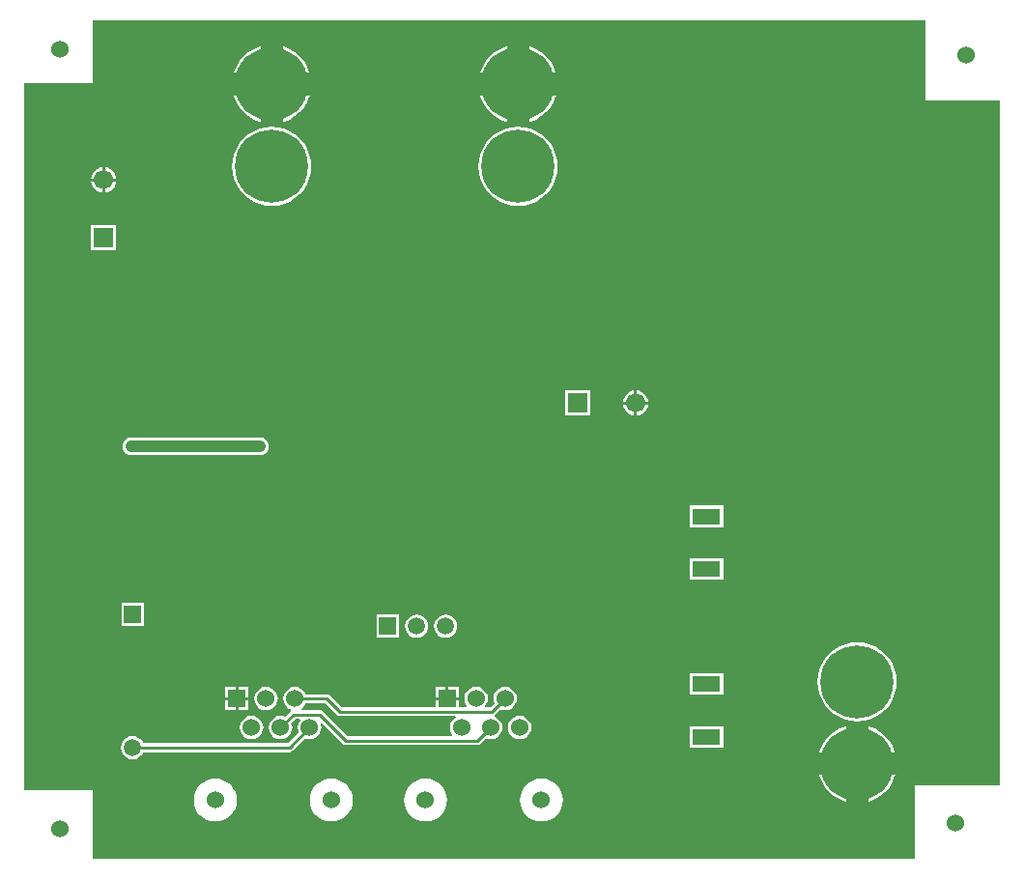
<source format=gbl>
G04*
G04 #@! TF.GenerationSoftware,Altium Limited,Altium Designer,20.0.12 (288)*
G04*
G04 Layer_Physical_Order=2*
G04 Layer_Color=16711680*
%FSLAX25Y25*%
%MOIN*%
G70*
G01*
G75*
%ADD12C,0.01000*%
%ADD48C,0.04000*%
%ADD54R,0.09449X0.05512*%
%ADD55C,0.25197*%
%ADD56R,0.05906X0.05906*%
%ADD57C,0.05906*%
%ADD58C,0.06000*%
%ADD59R,0.06000X0.06000*%
%ADD60R,0.05906X0.05906*%
%ADD61R,0.06693X0.06693*%
%ADD62C,0.06693*%
%ADD63R,0.06693X0.06693*%
%ADD64C,0.02362*%
G36*
X397638Y285433D02*
X423228D01*
Y49213D01*
X393701D01*
Y23622D01*
X110236Y23622D01*
Y47244D01*
X110236Y47244D01*
X86614D01*
Y290839D01*
X86614Y291339D01*
X110236D01*
Y312992D01*
X110236Y312992D01*
X397638D01*
Y285433D01*
D02*
G37*
%LPC*%
G36*
X260937Y304040D02*
Y294937D01*
X270040D01*
X269973Y295215D01*
X269154Y297193D01*
X268035Y299018D01*
X266645Y300645D01*
X265018Y302035D01*
X263193Y303154D01*
X261215Y303973D01*
X260937Y304040D01*
D02*
G37*
G36*
X175937D02*
Y294937D01*
X185040D01*
X184973Y295215D01*
X184154Y297193D01*
X183035Y299018D01*
X181645Y300645D01*
X180018Y302035D01*
X178193Y303154D01*
X176215Y303973D01*
X175937Y304040D01*
D02*
G37*
G36*
X253063D02*
X252785Y303973D01*
X250807Y303154D01*
X248982Y302035D01*
X247355Y300645D01*
X245965Y299018D01*
X244846Y297193D01*
X244027Y295215D01*
X243960Y294937D01*
X253063D01*
Y304040D01*
D02*
G37*
G36*
X168063D02*
X167785Y303973D01*
X165807Y303154D01*
X163982Y302035D01*
X162355Y300645D01*
X160965Y299018D01*
X159846Y297193D01*
X159027Y295215D01*
X158960Y294937D01*
X168063D01*
Y304040D01*
D02*
G37*
G36*
X270040Y287063D02*
X260937D01*
Y277960D01*
X261215Y278027D01*
X263193Y278846D01*
X265018Y279965D01*
X266645Y281355D01*
X268035Y282982D01*
X269154Y284807D01*
X269973Y286785D01*
X270040Y287063D01*
D02*
G37*
G36*
X185040D02*
X175937D01*
Y277960D01*
X176215Y278027D01*
X178193Y278846D01*
X180018Y279965D01*
X181645Y281355D01*
X183035Y282982D01*
X184154Y284807D01*
X184973Y286785D01*
X185040Y287063D01*
D02*
G37*
G36*
X253063D02*
X243960D01*
X244027Y286785D01*
X244846Y284807D01*
X245965Y282982D01*
X247355Y281355D01*
X248982Y279965D01*
X250807Y278846D01*
X252785Y278027D01*
X253063Y277960D01*
Y287063D01*
D02*
G37*
G36*
X168063D02*
X158960D01*
X159027Y286785D01*
X159846Y284807D01*
X160965Y282982D01*
X162355Y281355D01*
X163982Y279965D01*
X165807Y278846D01*
X167785Y278027D01*
X168063Y277960D01*
Y287063D01*
D02*
G37*
G36*
X114500Y262318D02*
Y258500D01*
X118318D01*
X118235Y259135D01*
X117797Y260192D01*
X117100Y261100D01*
X116192Y261797D01*
X115135Y262235D01*
X114500Y262318D01*
D02*
G37*
G36*
X113500D02*
X112865Y262235D01*
X111808Y261797D01*
X110900Y261100D01*
X110203Y260192D01*
X109765Y259135D01*
X109682Y258500D01*
X113500D01*
Y262318D01*
D02*
G37*
G36*
X118318Y257500D02*
X114500D01*
Y253682D01*
X115135Y253765D01*
X116192Y254203D01*
X117100Y254900D01*
X117797Y255808D01*
X118235Y256865D01*
X118318Y257500D01*
D02*
G37*
G36*
X113500D02*
X109682D01*
X109765Y256865D01*
X110203Y255808D01*
X110900Y254900D01*
X111808Y254203D01*
X112865Y253765D01*
X113500Y253682D01*
Y257500D01*
D02*
G37*
G36*
X257000Y276294D02*
X254866Y276126D01*
X252785Y275626D01*
X250807Y274807D01*
X248982Y273689D01*
X247355Y272299D01*
X245965Y270671D01*
X244846Y268846D01*
X244027Y266869D01*
X243528Y264787D01*
X243359Y262653D01*
X243528Y260520D01*
X244027Y258438D01*
X244846Y256461D01*
X245965Y254636D01*
X247355Y253008D01*
X248982Y251618D01*
X250807Y250500D01*
X252785Y249681D01*
X254866Y249181D01*
X257000Y249013D01*
X259134Y249181D01*
X261215Y249681D01*
X263193Y250500D01*
X265018Y251618D01*
X266645Y253008D01*
X268035Y254636D01*
X269154Y256461D01*
X269973Y258438D01*
X270473Y260520D01*
X270640Y262653D01*
X270473Y264787D01*
X269973Y266869D01*
X269154Y268846D01*
X268035Y270671D01*
X266645Y272299D01*
X265018Y273689D01*
X263193Y274807D01*
X261215Y275626D01*
X259134Y276126D01*
X257000Y276294D01*
D02*
G37*
G36*
X172000D02*
X169866Y276126D01*
X167785Y275626D01*
X165807Y274807D01*
X163982Y273689D01*
X162355Y272299D01*
X160965Y270671D01*
X159846Y268846D01*
X159027Y266869D01*
X158528Y264787D01*
X158360Y262653D01*
X158528Y260520D01*
X159027Y258438D01*
X159846Y256461D01*
X160965Y254636D01*
X162355Y253008D01*
X163982Y251618D01*
X165807Y250500D01*
X167785Y249681D01*
X169866Y249181D01*
X172000Y249013D01*
X174134Y249181D01*
X176215Y249681D01*
X178193Y250500D01*
X180018Y251618D01*
X181645Y253008D01*
X183035Y254636D01*
X184154Y256461D01*
X184973Y258438D01*
X185473Y260520D01*
X185641Y262653D01*
X185473Y264787D01*
X184973Y266869D01*
X184154Y268846D01*
X183035Y270671D01*
X181645Y272299D01*
X180018Y273689D01*
X178193Y274807D01*
X176215Y275626D01*
X174134Y276126D01*
X172000Y276294D01*
D02*
G37*
G36*
X118347Y242347D02*
X109653D01*
Y233653D01*
X118347D01*
Y242347D01*
D02*
G37*
G36*
X298000Y185318D02*
Y181500D01*
X301818D01*
X301735Y182135D01*
X301297Y183192D01*
X300600Y184100D01*
X299692Y184797D01*
X298635Y185235D01*
X298000Y185318D01*
D02*
G37*
G36*
X297000D02*
X296365Y185235D01*
X295308Y184797D01*
X294400Y184100D01*
X293703Y183192D01*
X293265Y182135D01*
X293182Y181500D01*
X297000D01*
Y185318D01*
D02*
G37*
G36*
X301818Y180500D02*
X298000D01*
Y176682D01*
X298635Y176765D01*
X299692Y177203D01*
X300600Y177900D01*
X301297Y178808D01*
X301735Y179865D01*
X301818Y180500D01*
D02*
G37*
G36*
X297000D02*
X293182D01*
X293265Y179865D01*
X293703Y178808D01*
X294400Y177900D01*
X295308Y177203D01*
X296365Y176765D01*
X297000Y176682D01*
Y180500D01*
D02*
G37*
G36*
X281846Y185346D02*
X273153D01*
Y176654D01*
X281846D01*
Y185346D01*
D02*
G37*
G36*
X168000Y169026D02*
X123476D01*
X122693Y168923D01*
X121963Y168621D01*
X121337Y168140D01*
X120856Y167513D01*
X120554Y166783D01*
X120450Y166000D01*
X120554Y165217D01*
X120856Y164487D01*
X121337Y163860D01*
X121963Y163380D01*
X122693Y163077D01*
X123476Y162974D01*
X168000D01*
X168783Y163077D01*
X169513Y163380D01*
X170140Y163860D01*
X170621Y164487D01*
X170923Y165217D01*
X171026Y166000D01*
X170923Y166783D01*
X170621Y167513D01*
X170140Y168140D01*
X169513Y168621D01*
X168783Y168923D01*
X168000Y169026D01*
D02*
G37*
G36*
X327744Y145630D02*
X316295D01*
Y138118D01*
X327744D01*
Y145630D01*
D02*
G37*
G36*
X327724Y127520D02*
X316276D01*
Y120008D01*
X327724D01*
Y127520D01*
D02*
G37*
G36*
X127953Y111886D02*
X120047D01*
Y103980D01*
X127953D01*
Y111886D01*
D02*
G37*
G36*
X215953Y107953D02*
X208047D01*
Y100047D01*
X215953D01*
Y107953D01*
D02*
G37*
G36*
X232000Y107987D02*
X230968Y107851D01*
X230007Y107453D01*
X229181Y106819D01*
X228547Y105993D01*
X228149Y105032D01*
X228013Y104000D01*
X228149Y102968D01*
X228547Y102007D01*
X229181Y101181D01*
X230007Y100547D01*
X230968Y100149D01*
X232000Y100013D01*
X233032Y100149D01*
X233993Y100547D01*
X234819Y101181D01*
X235453Y102007D01*
X235851Y102968D01*
X235987Y104000D01*
X235851Y105032D01*
X235453Y105993D01*
X234819Y106819D01*
X233993Y107453D01*
X233032Y107851D01*
X232000Y107987D01*
D02*
G37*
G36*
X222000D02*
X220968Y107851D01*
X220007Y107453D01*
X219181Y106819D01*
X218547Y105993D01*
X218149Y105032D01*
X218013Y104000D01*
X218149Y102968D01*
X218547Y102007D01*
X219181Y101181D01*
X220007Y100547D01*
X220968Y100149D01*
X222000Y100013D01*
X223032Y100149D01*
X223993Y100547D01*
X224819Y101181D01*
X225453Y102007D01*
X225851Y102968D01*
X225987Y104000D01*
X225851Y105032D01*
X225453Y105993D01*
X224819Y106819D01*
X223993Y107453D01*
X223032Y107851D01*
X222000Y107987D01*
D02*
G37*
G36*
X327724Y87756D02*
X316276D01*
Y80244D01*
X327724D01*
Y87756D01*
D02*
G37*
G36*
X236500Y83000D02*
X233000D01*
Y79500D01*
X236500D01*
Y83000D01*
D02*
G37*
G36*
X232000D02*
X228500D01*
Y79500D01*
X232000D01*
Y83000D01*
D02*
G37*
G36*
X164000D02*
X160500D01*
Y79500D01*
X164000D01*
Y83000D01*
D02*
G37*
G36*
X159500D02*
X156000D01*
Y79500D01*
X159500D01*
Y83000D01*
D02*
G37*
G36*
X252500Y83034D02*
X251456Y82897D01*
X250483Y82494D01*
X249647Y81853D01*
X249006Y81017D01*
X248603Y80044D01*
X248465Y79000D01*
X248603Y77956D01*
X248805Y77468D01*
X247366Y76029D01*
X245893D01*
X245646Y76529D01*
X245994Y76983D01*
X246397Y77956D01*
X246534Y79000D01*
X246397Y80044D01*
X245994Y81017D01*
X245353Y81853D01*
X244517Y82494D01*
X243544Y82897D01*
X242500Y83034D01*
X241456Y82897D01*
X240483Y82494D01*
X239647Y81853D01*
X239006Y81017D01*
X238603Y80044D01*
X238465Y79000D01*
X238603Y77956D01*
X239006Y76983D01*
X239354Y76529D01*
X239107Y76029D01*
X236500D01*
Y78500D01*
X228500D01*
Y76029D01*
X196133D01*
X192081Y80081D01*
X191585Y80413D01*
X191000Y80529D01*
X183696D01*
X183494Y81017D01*
X182853Y81853D01*
X182017Y82494D01*
X181044Y82897D01*
X180000Y83034D01*
X178956Y82897D01*
X177983Y82494D01*
X177147Y81853D01*
X176506Y81017D01*
X176103Y80044D01*
X175965Y79000D01*
X176103Y77956D01*
X176506Y76983D01*
X177147Y76147D01*
X177983Y75506D01*
X178550Y75271D01*
X178606Y74707D01*
X178419Y74581D01*
X176532Y72695D01*
X176044Y72897D01*
X175000Y73035D01*
X173956Y72897D01*
X172983Y72494D01*
X172147Y71853D01*
X171506Y71017D01*
X171103Y70044D01*
X170966Y69000D01*
X171103Y67956D01*
X171506Y66983D01*
X172147Y66147D01*
X172983Y65506D01*
X173956Y65103D01*
X175000Y64965D01*
X176044Y65103D01*
X177017Y65506D01*
X177853Y66147D01*
X178494Y66983D01*
X178897Y67956D01*
X179034Y69000D01*
X178897Y70044D01*
X178695Y70532D01*
X180133Y71971D01*
X181607D01*
X181854Y71471D01*
X181506Y71017D01*
X181103Y70044D01*
X180965Y69000D01*
X181103Y67956D01*
X181305Y67468D01*
X177433Y63596D01*
X127645D01*
X127453Y64060D01*
X126819Y64886D01*
X125993Y65520D01*
X125032Y65918D01*
X124000Y66054D01*
X122968Y65918D01*
X122007Y65520D01*
X121181Y64886D01*
X120547Y64060D01*
X120149Y63099D01*
X120013Y62067D01*
X120149Y61035D01*
X120547Y60074D01*
X121181Y59248D01*
X122007Y58614D01*
X122968Y58216D01*
X124000Y58080D01*
X125032Y58216D01*
X125993Y58614D01*
X126819Y59248D01*
X127453Y60074D01*
X127645Y60537D01*
X178067D01*
X178652Y60654D01*
X179148Y60985D01*
X183468Y65305D01*
X183956Y65103D01*
X185000Y64965D01*
X186044Y65103D01*
X187017Y65506D01*
X187853Y66147D01*
X188494Y66983D01*
X188897Y67956D01*
X189034Y69000D01*
X188897Y70044D01*
X188764Y70366D01*
X189188Y70650D01*
X191919Y67919D01*
X191919Y67918D01*
X196419Y63419D01*
X196915Y63087D01*
X197500Y62971D01*
X243000D01*
X243585Y63087D01*
X244081Y63419D01*
X245968Y65305D01*
X246456Y65103D01*
X247500Y64965D01*
X248544Y65103D01*
X249517Y65506D01*
X250353Y66147D01*
X250994Y66983D01*
X251397Y67956D01*
X251535Y69000D01*
X251397Y70044D01*
X250994Y71017D01*
X250353Y71853D01*
X249517Y72494D01*
X248950Y72729D01*
X248894Y73293D01*
X249081Y73419D01*
X250968Y75305D01*
X251456Y75103D01*
X252500Y74966D01*
X253544Y75103D01*
X254517Y75506D01*
X255353Y76147D01*
X255994Y76983D01*
X256397Y77956D01*
X256535Y79000D01*
X256397Y80044D01*
X255994Y81017D01*
X255353Y81853D01*
X254517Y82494D01*
X253544Y82897D01*
X252500Y83034D01*
D02*
G37*
G36*
X164000Y78500D02*
X160500D01*
Y75000D01*
X164000D01*
Y78500D01*
D02*
G37*
G36*
X159500D02*
X156000D01*
Y75000D01*
X159500D01*
Y78500D01*
D02*
G37*
G36*
X170000Y83034D02*
X168956Y82897D01*
X167983Y82494D01*
X167147Y81853D01*
X166506Y81017D01*
X166103Y80044D01*
X165965Y79000D01*
X166103Y77956D01*
X166506Y76983D01*
X167147Y76147D01*
X167983Y75506D01*
X168956Y75103D01*
X170000Y74966D01*
X171044Y75103D01*
X172017Y75506D01*
X172853Y76147D01*
X173494Y76983D01*
X173897Y77956D01*
X174035Y79000D01*
X173897Y80044D01*
X173494Y81017D01*
X172853Y81853D01*
X172017Y82494D01*
X171044Y82897D01*
X170000Y83034D01*
D02*
G37*
G36*
X374000Y98487D02*
X371866Y98319D01*
X369785Y97819D01*
X367807Y97000D01*
X365982Y95882D01*
X364355Y94492D01*
X362965Y92864D01*
X361846Y91039D01*
X361027Y89062D01*
X360527Y86980D01*
X360360Y84847D01*
X360527Y82713D01*
X361027Y80631D01*
X361846Y78654D01*
X362965Y76829D01*
X364355Y75201D01*
X365982Y73811D01*
X367807Y72693D01*
X369785Y71874D01*
X371866Y71374D01*
X374000Y71206D01*
X376134Y71374D01*
X378215Y71874D01*
X380193Y72693D01*
X382018Y73811D01*
X383645Y75201D01*
X385035Y76829D01*
X386154Y78654D01*
X386973Y80631D01*
X387473Y82713D01*
X387641Y84847D01*
X387473Y86980D01*
X386973Y89062D01*
X386154Y91039D01*
X385035Y92864D01*
X383645Y94492D01*
X382018Y95882D01*
X380193Y97000D01*
X378215Y97819D01*
X376134Y98319D01*
X374000Y98487D01*
D02*
G37*
G36*
X257500Y73035D02*
X256456Y72897D01*
X255483Y72494D01*
X254647Y71853D01*
X254006Y71017D01*
X253603Y70044D01*
X253466Y69000D01*
X253603Y67956D01*
X254006Y66983D01*
X254647Y66147D01*
X255483Y65506D01*
X256456Y65103D01*
X257500Y64965D01*
X258544Y65103D01*
X259517Y65506D01*
X260353Y66147D01*
X260994Y66983D01*
X261397Y67956D01*
X261535Y69000D01*
X261397Y70044D01*
X260994Y71017D01*
X260353Y71853D01*
X259517Y72494D01*
X258544Y72897D01*
X257500Y73035D01*
D02*
G37*
G36*
X165000D02*
X163956Y72897D01*
X162983Y72494D01*
X162147Y71853D01*
X161506Y71017D01*
X161103Y70044D01*
X160966Y69000D01*
X161103Y67956D01*
X161506Y66983D01*
X162147Y66147D01*
X162983Y65506D01*
X163956Y65103D01*
X165000Y64965D01*
X166044Y65103D01*
X167017Y65506D01*
X167853Y66147D01*
X168494Y66983D01*
X168897Y67956D01*
X169035Y69000D01*
X168897Y70044D01*
X168494Y71017D01*
X167853Y71853D01*
X167017Y72494D01*
X166044Y72897D01*
X165000Y73035D01*
D02*
G37*
G36*
X327744Y69449D02*
X316295D01*
Y61937D01*
X327744D01*
Y69449D01*
D02*
G37*
G36*
X377937Y69540D02*
Y60437D01*
X387040D01*
X386973Y60715D01*
X386154Y62693D01*
X385035Y64518D01*
X383645Y66145D01*
X382018Y67535D01*
X380193Y68654D01*
X378215Y69473D01*
X377937Y69540D01*
D02*
G37*
G36*
X370063D02*
X369785Y69473D01*
X367807Y68654D01*
X365982Y67535D01*
X364355Y66145D01*
X362965Y64518D01*
X361846Y62693D01*
X361027Y60715D01*
X360960Y60437D01*
X370063D01*
Y69540D01*
D02*
G37*
G36*
X387040Y52563D02*
X377937D01*
Y43460D01*
X378215Y43527D01*
X380193Y44346D01*
X382018Y45465D01*
X383645Y46855D01*
X385035Y48482D01*
X386154Y50307D01*
X386973Y52285D01*
X387040Y52563D01*
D02*
G37*
G36*
X370063D02*
X360960D01*
X361027Y52285D01*
X361846Y50307D01*
X362965Y48482D01*
X364355Y46855D01*
X365982Y45465D01*
X367807Y44346D01*
X369785Y43527D01*
X370063Y43460D01*
Y52563D01*
D02*
G37*
G36*
X265000Y51433D02*
X263550Y51291D01*
X262155Y50868D01*
X260870Y50181D01*
X259744Y49256D01*
X258819Y48130D01*
X258132Y46845D01*
X257709Y45450D01*
X257567Y44000D01*
X257709Y42550D01*
X258132Y41155D01*
X258819Y39870D01*
X259744Y38744D01*
X260870Y37819D01*
X262155Y37132D01*
X263550Y36709D01*
X265000Y36567D01*
X266450Y36709D01*
X267845Y37132D01*
X269130Y37819D01*
X270256Y38744D01*
X271181Y39870D01*
X271868Y41155D01*
X272291Y42550D01*
X272433Y44000D01*
X272291Y45450D01*
X271868Y46845D01*
X271181Y48130D01*
X270256Y49256D01*
X269130Y50181D01*
X267845Y50868D01*
X266450Y51291D01*
X265000Y51433D01*
D02*
G37*
G36*
X225000D02*
X223550Y51291D01*
X222155Y50868D01*
X220870Y50181D01*
X219744Y49256D01*
X218819Y48130D01*
X218132Y46845D01*
X217709Y45450D01*
X217567Y44000D01*
X217709Y42550D01*
X218132Y41155D01*
X218819Y39870D01*
X219744Y38744D01*
X220870Y37819D01*
X222155Y37132D01*
X223550Y36709D01*
X225000Y36567D01*
X226450Y36709D01*
X227845Y37132D01*
X229130Y37819D01*
X230256Y38744D01*
X231181Y39870D01*
X231868Y41155D01*
X232291Y42550D01*
X232433Y44000D01*
X232291Y45450D01*
X231868Y46845D01*
X231181Y48130D01*
X230256Y49256D01*
X229130Y50181D01*
X227845Y50868D01*
X226450Y51291D01*
X225000Y51433D01*
D02*
G37*
G36*
X192500D02*
X191050Y51291D01*
X189655Y50868D01*
X188370Y50181D01*
X187244Y49256D01*
X186319Y48130D01*
X185632Y46845D01*
X185209Y45450D01*
X185067Y44000D01*
X185209Y42550D01*
X185632Y41155D01*
X186319Y39870D01*
X187244Y38744D01*
X188370Y37819D01*
X189655Y37132D01*
X191050Y36709D01*
X192500Y36567D01*
X193950Y36709D01*
X195345Y37132D01*
X196630Y37819D01*
X197756Y38744D01*
X198681Y39870D01*
X199368Y41155D01*
X199791Y42550D01*
X199933Y44000D01*
X199791Y45450D01*
X199368Y46845D01*
X198681Y48130D01*
X197756Y49256D01*
X196630Y50181D01*
X195345Y50868D01*
X193950Y51291D01*
X192500Y51433D01*
D02*
G37*
G36*
X152500D02*
X151050Y51291D01*
X149655Y50868D01*
X148370Y50181D01*
X147244Y49256D01*
X146319Y48130D01*
X145632Y46845D01*
X145209Y45450D01*
X145067Y44000D01*
X145209Y42550D01*
X145632Y41155D01*
X146319Y39870D01*
X147244Y38744D01*
X148370Y37819D01*
X149655Y37132D01*
X151050Y36709D01*
X152500Y36567D01*
X153950Y36709D01*
X155345Y37132D01*
X156630Y37819D01*
X157756Y38744D01*
X158681Y39870D01*
X159368Y41155D01*
X159791Y42550D01*
X159933Y44000D01*
X159791Y45450D01*
X159368Y46845D01*
X158681Y48130D01*
X157756Y49256D01*
X156630Y50181D01*
X155345Y50868D01*
X153950Y51291D01*
X152500Y51433D01*
D02*
G37*
%LPD*%
G36*
X194419Y73419D02*
X194915Y73087D01*
X195500Y72971D01*
X235200D01*
X235455Y72524D01*
X235452Y72471D01*
X234647Y71853D01*
X234006Y71017D01*
X233603Y70044D01*
X233466Y69000D01*
X233603Y67956D01*
X234006Y66983D01*
X234354Y66529D01*
X234107Y66029D01*
X198134D01*
X194081Y70081D01*
X194081Y70082D01*
X189581Y74581D01*
X189085Y74913D01*
X188500Y75029D01*
X182300D01*
X182045Y75476D01*
X182048Y75529D01*
X182853Y76147D01*
X183494Y76983D01*
X183696Y77471D01*
X190366D01*
X194419Y73419D01*
D02*
G37*
D12*
X193000Y69000D02*
X193000D01*
X197500Y64500D02*
X243000D01*
X193000Y69000D02*
X197500Y64500D01*
X243000D02*
X247500Y69000D01*
X179500Y73500D02*
X188500D01*
X193000Y69000D01*
X175000D02*
X179500Y73500D01*
X180000Y79000D02*
X191000D01*
X195500Y74500D02*
X248000D01*
X191000Y79000D02*
X195500Y74500D01*
X248000D02*
X252500Y79000D01*
X178067Y62067D02*
X185000Y69000D01*
X124000Y62067D02*
X178067D01*
D48*
X123476Y166000D02*
X168000D01*
D54*
X322000Y123764D02*
D03*
X322020Y141874D02*
D03*
X322000Y84000D02*
D03*
X322020Y65693D02*
D03*
D55*
X257000Y262653D02*
D03*
Y291000D02*
D03*
X374000Y84847D02*
D03*
Y56500D02*
D03*
X172000Y262653D02*
D03*
Y291000D02*
D03*
D56*
X212000Y104000D02*
D03*
D57*
X222000D02*
D03*
X232000D02*
D03*
X124000Y62067D02*
D03*
D58*
X257500Y69000D02*
D03*
X247500D02*
D03*
X237500D02*
D03*
X252500Y79000D02*
D03*
X242500D02*
D03*
X265000Y44000D02*
D03*
X225000D02*
D03*
X185000Y69000D02*
D03*
X175000D02*
D03*
X165000D02*
D03*
X180000Y79000D02*
D03*
X170000D02*
D03*
X192500Y44000D02*
D03*
X152500D02*
D03*
X408000Y36000D02*
D03*
X411417Y301181D02*
D03*
X99000Y34000D02*
D03*
Y303000D02*
D03*
D59*
X232500Y79000D02*
D03*
X160000D02*
D03*
D60*
X124000Y107933D02*
D03*
D61*
X277500Y181000D02*
D03*
D62*
X297500D02*
D03*
X114000Y258000D02*
D03*
D63*
Y238000D02*
D03*
D64*
X123476Y166000D02*
D03*
X168000D02*
D03*
M02*

</source>
